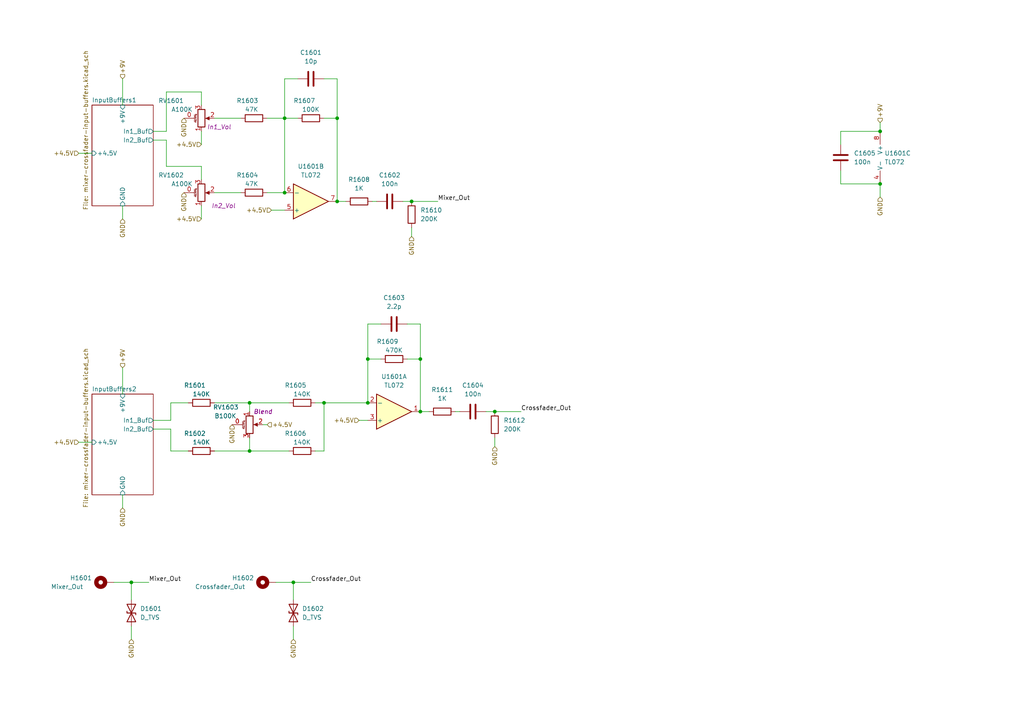
<source format=kicad_sch>
(kicad_sch (version 20211123) (generator eeschema)
  (paper "A4")
  (lib_symbols
    (symbol "Amplifier_Operational:TL072" (pin_names (offset 0.127))
      (property "Reference" "U" (at 0 5.08 0))
      (property "Value" "TL072" (at 0 -5.08 0))
      (symbol "TL072_1_1"
        (polyline (pts (xy -5.08 5.08) (xy 5.08 0) (xy -5.08 -5.08) (xy -5.08 5.08)) (stroke (width 0.254)) (fill (type background)))
        (pin output line (at 7.62 0 180) (length 2.54) (name "~") (number "1"))
        (pin input line (at -7.62 -2.54 0) (length 2.54) (name "-") (number "2"))
        (pin input line (at -7.62 2.54 0) (length 2.54) (name "+") (number "3"))
      )
      (symbol "TL072_2_1"
        (polyline (pts (xy -5.08 5.08) (xy 5.08 0) (xy -5.08 -5.08) (xy -5.08 5.08)) (stroke (width 0.254)) (fill (type background)))
        (pin input line (at -7.62 2.54 0) (length 2.54) (name "+") (number "5"))
        (pin input line (at -7.62 -2.54 0) (length 2.54) (name "-") (number "6"))
        (pin output line (at 7.62 0 180) (length 2.54) (name "~") (number "7"))
      )
      (symbol "TL072_3_1"
        (pin power_in line (at -2.54 -7.62 90) (length 3.81) (name "V-") (number "4"))
        (pin power_in line (at -2.54 7.62 270) (length 3.81) (name "V+") (number "8"))
      )
    )
    (symbol "Device:C" (pin_numbers hide) (pin_names (offset 0.254))
      (property "Reference" "C" (at 0.635 2.54 0))
      (property "Value" "C" (at 0.635 -2.54 0))
      (symbol "C_0_1"
        (polyline (pts (xy -2.032 -0.762) (xy 2.032 -0.762)) (stroke (width 0.508)))
        (polyline (pts (xy -2.032 0.762) (xy 2.032 0.762)) (stroke (width 0.508)))
      )
      (symbol "C_1_1"
        (pin passive line (at 0 3.81 270) (length 2.794) (name "~") (number "1"))
        (pin passive line (at 0 -3.81 90) (length 2.794) (name "~") (number "2"))
      )
    )
    (symbol "Device:D_TVS" (pin_numbers hide) (pin_names (offset 1.016) hide)
      (property "Reference" "D" (at 0 2.54 0))
      (property "Value" "D_TVS" (at 0 -2.54 0))
      (symbol "D_TVS_0_1"
        (polyline (pts (xy 1.27 0) (xy -1.27 0)))
        (polyline (pts (xy 0.508 1.27) (xy 0 1.27) (xy 0 -1.27) (xy -0.508 -1.27)) (stroke (width 0.254)))
        (polyline (pts (xy -2.54 1.27) (xy -2.54 -1.27) (xy 2.54 1.27) (xy 2.54 -1.27) (xy -2.54 1.27)) (stroke (width 0.254)))
      )
      (symbol "D_TVS_1_1"
        (pin passive line (at -3.81 0 0) (length 2.54) (name "A1") (number "1"))
        (pin passive line (at 3.81 0 180) (length 2.54) (name "A2") (number "2"))
      )
    )
    (symbol "Device:R" (pin_numbers hide) (pin_names (offset 0))
      (property "Reference" "R" (at 2.032 0 90))
      (property "Value" "R" (at 0 0 90))
      (symbol "R_0_1"
        (rectangle (start -1.016 -2.54) (end 1.016 2.54) (stroke (width 0.254)))
      )
      (symbol "R_1_1"
        (pin passive line (at 0 3.81 270) (length 1.27) (name "~") (number "1"))
        (pin passive line (at 0 -3.81 90) (length 1.27) (name "~") (number "2"))
      )
    )
    (symbol "Mechanical:MountingHole_Pad" (pin_numbers hide) (pin_names (offset 1.016) hide)
      (property "Reference" "H" (at 0 6.35 0))
      (property "Value" "MountingHole_Pad" (at 0 4.445 0))
      (symbol "MountingHole_Pad_0_1"
        (circle (center 0 1.27) (radius 1.27) (stroke (width 1.27)))
      )
      (symbol "MountingHole_Pad_1_1"
        (pin input line (at 0 -2.54 90) (length 2.54) (name "1") (number "1"))
      )
    )
    (symbol "R0904NB10KL-25KQ:R_Potentiometer_Shield" (pin_names (offset 1.016) hide)
      (property "Reference" "RV" (at -8.255 0 90))
      (property "Value" "R_Potentiometer_Shield" (at -6.35 0 90))
      (symbol "R_Potentiometer_Shield_0_1"
        (polyline (pts (xy 2.54 0) (xy 1.524 0)))
        (polyline (pts (xy 1.143 0) (xy 2.286 0.508) (xy 2.286 -0.508)) (fill (type outline)))
        (rectangle (start 1.016 2.54) (end -1.016 -2.54) (stroke (width 0.254)))
      )
      (symbol "R_Potentiometer_Shield_1_1"
        (polyline (pts (xy -2.032 1.016) (xy -2.032 -1.016)) (stroke (width 0.1524)))
        (text "Mounting" (at -1.651 0 900) (effects (font (size 0.381 0.381))))
        (pin passive line (at -5.08 0 0) (length 3.048) (name "ShieldPin") (number "0"))
        (pin passive line (at 0 3.81 270) (length 1.27) (name "1") (number "1"))
        (pin passive line (at 3.81 0 180) (length 1.27) (name "2") (number "2"))
        (pin passive line (at 0 -3.81 90) (length 1.27) (name "3") (number "3"))
      )
    )
  )
  (junction (at 97.79 58.42))
  (junction (at 255.27 53.34))
  (junction (at 97.79 34.29))
  (junction (at 82.55 55.88))
  (junction (at 93.98 116.84))
  (junction (at 85.09 168.91))
  (junction (at 72.39 116.84))
  (junction (at 143.51 119.38))
  (junction (at 38.1 168.91))
  (junction (at 121.92 104.14))
  (junction (at 119.38 58.42))
  (junction (at 82.55 34.29))
  (junction (at 106.68 116.84))
  (junction (at 106.68 104.14))
  (junction (at 121.92 119.38))
  (junction (at 255.27 38.1))
  (junction (at 72.39 130.81))
  (wire (pts (xy 49.53 121.92) (xy 49.53 116.84)))
  (wire (pts (xy 85.09 168.91) (xy 90.17 168.91)))
  (wire (pts (xy 106.68 93.98) (xy 106.68 104.14)))
  (wire (pts (xy 72.39 130.81) (xy 83.82 130.81)))
  (wire (pts (xy 93.98 130.81) (xy 93.98 116.84)))
  (wire (pts (xy 62.23 116.84) (xy 72.39 116.84)))
  (wire (pts (xy 85.09 181.61) (xy 85.09 185.42)))
  (wire (pts (xy 85.09 168.91) (xy 85.09 173.99)))
  (wire (pts (xy 243.84 38.1) (xy 243.84 41.91)))
  (wire (pts (xy 121.92 93.98) (xy 121.92 104.14)))
  (wire (pts (xy 48.26 40.64) (xy 48.26 48.26)))
  (wire (pts (xy 38.1 168.91) (xy 38.1 173.99)))
  (wire (pts (xy 82.55 22.86) (xy 82.55 34.29)))
  (wire (pts (xy 49.53 130.81) (xy 54.61 130.81)))
  (wire (pts (xy 104.14 121.92) (xy 106.68 121.92)))
  (wire (pts (xy 35.56 106.68) (xy 35.56 114.3)))
  (wire (pts (xy 48.26 48.26) (xy 58.42 48.26)))
  (wire (pts (xy 93.98 22.86) (xy 97.79 22.86)))
  (wire (pts (xy 58.42 38.1) (xy 58.42 41.91)))
  (wire (pts (xy 49.53 124.46) (xy 49.53 130.81)))
  (wire (pts (xy 86.36 22.86) (xy 82.55 22.86)))
  (wire (pts (xy 97.79 34.29) (xy 97.79 58.42)))
  (wire (pts (xy 35.56 22.86) (xy 35.56 30.48)))
  (wire (pts (xy 97.79 58.42) (xy 100.33 58.42)))
  (wire (pts (xy 22.86 128.27) (xy 26.67 128.27)))
  (wire (pts (xy 77.47 55.88) (xy 82.55 55.88)))
  (wire (pts (xy 62.23 34.29) (xy 69.85 34.29)))
  (wire (pts (xy 106.68 104.14) (xy 106.68 116.84)))
  (wire (pts (xy 78.74 60.96) (xy 82.55 60.96)))
  (wire (pts (xy 44.45 121.92) (xy 49.53 121.92)))
  (wire (pts (xy 72.39 116.84) (xy 83.82 116.84)))
  (wire (pts (xy 107.95 58.42) (xy 109.22 58.42)))
  (wire (pts (xy 62.23 55.88) (xy 69.85 55.88)))
  (wire (pts (xy 82.55 34.29) (xy 82.55 55.88)))
  (wire (pts (xy 116.84 58.42) (xy 119.38 58.42)))
  (wire (pts (xy 38.1 168.91) (xy 43.18 168.91)))
  (wire (pts (xy 255.27 38.1) (xy 243.84 38.1)))
  (wire (pts (xy 140.97 119.38) (xy 143.51 119.38)))
  (wire (pts (xy 72.39 116.84) (xy 72.39 119.38)))
  (wire (pts (xy 44.45 40.64) (xy 48.26 40.64)))
  (wire (pts (xy 77.47 34.29) (xy 82.55 34.29)))
  (wire (pts (xy 121.92 119.38) (xy 124.46 119.38)))
  (wire (pts (xy 119.38 66.04) (xy 119.38 68.58)))
  (wire (pts (xy 58.42 59.69) (xy 58.42 63.5)))
  (wire (pts (xy 93.98 116.84) (xy 106.68 116.84)))
  (wire (pts (xy 58.42 26.67) (xy 58.42 30.48)))
  (wire (pts (xy 62.23 130.81) (xy 72.39 130.81)))
  (wire (pts (xy 97.79 22.86) (xy 97.79 34.29)))
  (wire (pts (xy 44.45 124.46) (xy 49.53 124.46)))
  (wire (pts (xy 255.27 53.34) (xy 255.27 57.15)))
  (wire (pts (xy 35.56 143.51) (xy 35.56 147.32)))
  (wire (pts (xy 82.55 34.29) (xy 86.36 34.29)))
  (wire (pts (xy 38.1 181.61) (xy 38.1 185.42)))
  (wire (pts (xy 33.02 168.91) (xy 38.1 168.91)))
  (wire (pts (xy 119.38 58.42) (xy 127 58.42)))
  (wire (pts (xy 35.56 59.69) (xy 35.56 63.5)))
  (wire (pts (xy 93.98 34.29) (xy 97.79 34.29)))
  (wire (pts (xy 110.49 104.14) (xy 106.68 104.14)))
  (wire (pts (xy 22.86 44.45) (xy 26.67 44.45)))
  (wire (pts (xy 110.49 93.98) (xy 106.68 93.98)))
  (wire (pts (xy 91.44 116.84) (xy 93.98 116.84)))
  (wire (pts (xy 143.51 119.38) (xy 151.13 119.38)))
  (wire (pts (xy 76.2 123.19) (xy 77.47 123.19)))
  (wire (pts (xy 48.26 38.1) (xy 48.26 26.67)))
  (wire (pts (xy 243.84 53.34) (xy 255.27 53.34)))
  (wire (pts (xy 80.01 168.91) (xy 85.09 168.91)))
  (wire (pts (xy 143.51 127) (xy 143.51 129.54)))
  (wire (pts (xy 118.11 104.14) (xy 121.92 104.14)))
  (wire (pts (xy 72.39 127) (xy 72.39 130.81)))
  (wire (pts (xy 121.92 104.14) (xy 121.92 119.38)))
  (wire (pts (xy 132.08 119.38) (xy 133.35 119.38)))
  (wire (pts (xy 49.53 116.84) (xy 54.61 116.84)))
  (wire (pts (xy 118.11 93.98) (xy 121.92 93.98)))
  (wire (pts (xy 58.42 48.26) (xy 58.42 52.07)))
  (wire (pts (xy 91.44 130.81) (xy 93.98 130.81)))
  (wire (pts (xy 255.27 35.56) (xy 255.27 38.1)))
  (wire (pts (xy 243.84 49.53) (xy 243.84 53.34)))
  (wire (pts (xy 48.26 26.67) (xy 58.42 26.67)))
  (wire (pts (xy 44.45 38.1) (xy 48.26 38.1)))
  (label "Crossfader_Out" (at 90.17 168.91 0))
  (label "Mixer_Out" (at 127 58.42 0))
  (label "Mixer_Out" (at 43.18 168.91 0))
  (label "Crossfader_Out" (at 151.13 119.38 0))
  (hierarchical_label "+4.5V" (shape input) (at 104.14 121.92 180))
  (hierarchical_label "+9V" (shape input) (at 35.56 22.86 90))
  (hierarchical_label "GND" (shape input) (at 53.34 34.29 270))
  (hierarchical_label "GND" (shape input) (at 143.51 129.54 270))
  (hierarchical_label "+4.5V" (shape input) (at 58.42 63.5 180))
  (hierarchical_label "GND" (shape input) (at 53.34 55.88 270))
  (hierarchical_label "+4.5V" (shape input) (at 78.74 60.96 180))
  (hierarchical_label "+4.5V" (shape input) (at 58.42 41.91 180))
  (hierarchical_label "+4.5V" (shape input) (at 22.86 128.27 180))
  (hierarchical_label "+4.5V" (shape input) (at 77.47 123.19 0))
  (hierarchical_label "+9V" (shape input) (at 35.56 106.68 90))
  (hierarchical_label "GND" (shape input) (at 35.56 63.5 270))
  (hierarchical_label "GND" (shape input) (at 119.38 68.58 270))
  (hierarchical_label "GND" (shape input) (at 85.09 185.42 270))
  (hierarchical_label "GND" (shape input) (at 67.31 123.19 270))
  (hierarchical_label "GND" (shape input) (at 38.1 185.42 270))
  (hierarchical_label "+4.5V" (shape input) (at 22.86 44.45 180))
  (hierarchical_label "GND" (shape input) (at 255.27 57.15 270))
  (hierarchical_label "+9V" (shape input) (at 255.27 35.56 90))
  (hierarchical_label "GND" (shape input) (at 35.56 147.32 270))
  (symbol (lib_id "Device:R") (at 58.42 116.84 90) (unit 1)
    (property "Reference" "R1601" (at 59.69 111.76 90) (effects (justify left)))
    (property "Value" "140K" (at 60.96 114.3 90) (effects (justify left)))
    (property "Footprint" "Resistor_SMD:R_0603_1608Metric_Pad0.98x0.95mm_HandSolder" (effects hide))
  )
  (symbol (lib_id "Device:D_TVS") (at 38.1 177.8 90) (unit 1)
    (property "Reference" "D1601" (at 40.64 176.5299 90) (effects (justify right)))
    (property "Value" "D_TVS" (at 40.64 179.0699 90) (effects (justify right)))
    (property "Footprint" "Diode_SMD:D_SOD-323_HandSoldering" (effects hide))
  )
  (symbol (lib_id "Device:R") (at 143.51 123.19 0) (unit 1)
    (property "Reference" "R1612" (at 146.05 121.9199 0) (effects (justify left)))
    (property "Value" "200K" (at 146.05 124.4599 0) (effects (justify left)))
    (property "Footprint" "Resistor_SMD:R_0603_1608Metric_Pad0.98x0.95mm_HandSolder" (effects hide))
  )
  (symbol (lib_id "Device:R") (at 114.3 104.14 90) (unit 1)
    (property "Reference" "R1609" (at 115.57 99.06 90) (effects (justify left)))
    (property "Value" "470K" (at 116.84 101.6 90) (effects (justify left)))
    (property "Footprint" "Resistor_SMD:R_0603_1608Metric_Pad0.98x0.95mm_HandSolder" (effects hide))
  )
  (symbol (lib_id "Mechanical:MountingHole_Pad") (at 77.47 168.91 90) (unit 1)
    (property "Reference" "H1602" (at 70.485 167.64 90))
    (property "Value" "Crossfader_Out" (at 71.12 170.18 90) (effects (justify left)))
    (property "Footprint" "MountingHole:MountingHole_4.3mm_M4_Pad_TopBottom" (effects hide))
  )
  (symbol (lib_id "Device:D_TVS") (at 85.09 177.8 90) (unit 1)
    (property "Reference" "D1602" (at 87.63 176.5299 90) (effects (justify right)))
    (property "Value" "D_TVS" (at 87.63 179.0699 90) (effects (justify right)))
    (property "Footprint" "Diode_SMD:D_SOD-323_HandSoldering" (effects hide))
  )
  (symbol (lib_id "Device:C") (at 113.03 58.42 90) (unit 1)
    (property "Reference" "C1602" (at 113.03 50.8 90))
    (property "Value" "100n" (at 113.03 53.34 90))
    (property "Footprint" "Capacitor_SMD:C_0603_1608Metric_Pad1.08x0.95mm_HandSolder" (effects hide))
  )
  (symbol (lib_id "R0904NB10KL-25KQ:R_Potentiometer_Shield") (at 58.42 55.88 0) (mirror x) (unit 1)
    (property "Reference" "RV1602" (at 53.34 50.8 0) (effects (justify right)))
    (property "Value" "A100K" (at 55.88 53.34 0) (effects (justify right)))
    (property "Footprint" "R0904NB10KL-25KQ:V2_TRIM_R0904NB10KL-25KQ-" (effects hide))
    (property "Role" "In2_Vol" (at 64.77 59.69 0) (effects (font italic)))
  )
  (symbol (lib_id "Mechanical:MountingHole_Pad") (at 30.48 168.91 90) (unit 1)
    (property "Reference" "H1601" (at 23.495 167.64 90))
    (property "Value" "Mixer_Out" (at 24.13 170.18 90) (effects (justify left)))
    (property "Footprint" "MountingHole:MountingHole_4.3mm_M4_Pad_TopBottom" (effects hide))
  )
  (symbol (lib_id "Device:R") (at 128.27 119.38 90) (unit 1)
    (property "Reference" "R1611" (at 128.27 113.03 90))
    (property "Value" "1K" (at 128.27 115.57 90))
    (property "Footprint" "Resistor_SMD:R_0603_1608Metric_Pad0.98x0.95mm_HandSolder" (effects hide))
  )
  (symbol (lib_id "Amplifier_Operational:TL072") (at 114.3 119.38 0) (mirror x) (unit 1)
    (property "Reference" "U1601" (at 114.3 109.22 0))
    (property "Value" "TL072" (at 114.3 111.76 0))
    (property "Footprint" "Package_SO:SOIC-8_3.9x4.9mm_P1.27mm" (effects hide))
    (property "Datasheet" "http://www.ti.com/lit/ds/symlink/tl071.pdf" (effects hide))
  )
  (symbol (lib_id "Device:R") (at 73.66 55.88 90) (unit 1)
    (property "Reference" "R1604" (at 74.93 50.8 90) (effects (justify left)))
    (property "Value" "47K" (at 74.93 53.34 90) (effects (justify left)))
    (property "Footprint" "Resistor_SMD:R_0603_1608Metric_Pad0.98x0.95mm_HandSolder" (effects hide))
  )
  (symbol (lib_id "R0904NB10KL-25KQ:R_Potentiometer_Shield") (at 58.42 34.29 0) (mirror x) (unit 1)
    (property "Reference" "RV1601" (at 53.34 29.21 0) (effects (justify right)))
    (property "Value" "A100K" (at 55.88 31.75 0) (effects (justify right)))
    (property "Footprint" "R0904NB10KL-25KQ:V2_TRIM_R0904NB10KL-25KQ-" (effects hide))
    (property "Role" "In1_Vol" (at 63.5 36.83 0) (effects (font italic)))
  )
  (symbol (lib_id "Device:C") (at 114.3 93.98 90) (unit 1)
    (property "Reference" "C1603" (at 114.3 86.36 90))
    (property "Value" "2.2p" (at 114.3 88.9 90))
    (property "Footprint" "Capacitor_SMD:C_0603_1608Metric_Pad1.08x0.95mm_HandSolder" (effects hide))
  )
  (symbol (lib_id "Device:R") (at 87.63 130.81 90) (unit 1)
    (property "Reference" "R1606" (at 88.9 125.73 90) (effects (justify left)))
    (property "Value" "140K" (at 90.17 128.27 90) (effects (justify left)))
    (property "Footprint" "Resistor_SMD:R_0603_1608Metric_Pad0.98x0.95mm_HandSolder" (effects hide))
  )
  (symbol (lib_id "Amplifier_Operational:TL072") (at 90.17 58.42 0) (mirror x) (unit 2)
    (property "Reference" "U1601" (at 90.17 48.26 0))
    (property "Value" "TL072" (at 90.17 50.8 0))
    (property "Footprint" "Package_SO:SOIC-8_3.9x4.9mm_P1.27mm" (effects hide))
    (property "Datasheet" "http://www.ti.com/lit/ds/symlink/tl071.pdf" (effects hide))
  )
  (symbol (lib_id "Device:C") (at 137.16 119.38 90) (unit 1)
    (property "Reference" "C1604" (at 137.16 111.76 90))
    (property "Value" "100n" (at 137.16 114.3 90))
    (property "Footprint" "Capacitor_SMD:C_0603_1608Metric_Pad1.08x0.95mm_HandSolder" (effects hide))
  )
  (symbol (lib_id "R0904NB10KL-25KQ:R_Potentiometer_Shield") (at 72.39 123.19 0) (unit 1)
    (property "Reference" "RV1603" (at 69.215 118.11 0) (effects (justify right)))
    (property "Value" "B100K" (at 68.58 120.65 0) (effects (justify right)))
    (property "Footprint" "R0904NB10KL-25KQ:V2_TRIM_R0904NB10KL-25KQ-" (effects hide))
    (property "Role" "Blend" (at 76.2 119.38 0) (effects (font italic)))
  )
  (symbol (lib_id "Device:R") (at 90.17 34.29 90) (unit 1)
    (property "Reference" "R1607" (at 91.44 29.21 90) (effects (justify left)))
    (property "Value" "100K" (at 92.71 31.75 90) (effects (justify left)))
    (property "Footprint" "Resistor_SMD:R_0603_1608Metric_Pad0.98x0.95mm_HandSolder" (effects hide))
  )
  (symbol (lib_id "Device:R") (at 73.66 34.29 90) (unit 1)
    (property "Reference" "R1603" (at 74.93 29.21 90) (effects (justify left)))
    (property "Value" "47K" (at 74.93 31.75 90) (effects (justify left)))
    (property "Footprint" "Resistor_SMD:R_0603_1608Metric_Pad0.98x0.95mm_HandSolder" (effects hide))
  )
  (symbol (lib_id "Device:R") (at 119.38 62.23 0) (unit 1)
    (property "Reference" "R1610" (at 121.92 60.9599 0) (effects (justify left)))
    (property "Value" "200K" (at 121.92 63.4999 0) (effects (justify left)))
    (property "Footprint" "Resistor_SMD:R_0603_1608Metric_Pad0.98x0.95mm_HandSolder" (effects hide))
  )
  (symbol (lib_id "Device:C") (at 243.84 45.72 0) (unit 1)
    (property "Reference" "C1605" (at 247.65 44.4499 0) (effects (justify left)))
    (property "Value" "100n" (at 247.65 46.9899 0) (effects (justify left)))
    (property "Footprint" "Capacitor_SMD:C_0603_1608Metric_Pad1.08x0.95mm_HandSolder" (effects hide))
  )
  (symbol (lib_id "Device:R") (at 58.42 130.81 90) (unit 1)
    (property "Reference" "R1602" (at 59.69 125.73 90) (effects (justify left)))
    (property "Value" "140K" (at 60.96 128.27 90) (effects (justify left)))
    (property "Footprint" "Resistor_SMD:R_0603_1608Metric_Pad0.98x0.95mm_HandSolder" (effects hide))
  )
  (symbol (lib_id "Device:R") (at 104.14 58.42 90) (unit 1)
    (property "Reference" "R1608" (at 104.14 52.07 90))
    (property "Value" "1K" (at 104.14 54.61 90))
    (property "Footprint" "Resistor_SMD:R_0603_1608Metric_Pad0.98x0.95mm_HandSolder" (effects hide))
  )
  (symbol (lib_id "Device:R") (at 87.63 116.84 90) (unit 1)
    (property "Reference" "R1605" (at 88.9 111.76 90) (effects (justify left)))
    (property "Value" "140K" (at 90.17 114.3 90) (effects (justify left)))
    (property "Footprint" "Resistor_SMD:R_0603_1608Metric_Pad0.98x0.95mm_HandSolder" (effects hide))
  )
  (symbol (lib_id "Device:C") (at 90.17 22.86 90) (unit 1)
    (property "Reference" "C1601" (at 90.17 15.24 90))
    (property "Value" "10p" (at 90.17 17.78 90))
    (property "Footprint" "Capacitor_SMD:C_0603_1608Metric_Pad1.08x0.95mm_HandSolder" (effects hide))
  )
  (symbol (lib_id "Amplifier_Operational:TL072") (at 257.81 45.72 0) (unit 3)
    (property "Reference" "U1601" (at 256.54 44.4499 0) (effects (justify left)))
    (property "Value" "TL072" (at 256.54 46.9899 0) (effects (justify left)))
    (property "Footprint" "Package_SO:SOIC-8_3.9x4.9mm_P1.27mm" (effects hide))
    (property "Datasheet" "http://www.ti.com/lit/ds/symlink/tl071.pdf" (effects hide))
  )
  (sheet (at 26.67 30.48) (size 17.78 29.21) (stroke (width 0.1524))
    (property "Sheet name" "InputBuffers1" (at 26.67 29.7684 0) (effects (justify left bottom)))
    (property "Sheet file" "mixer-crossfader-input-buffers.kicad_sch" (at 24.13 60.96 90) (effects (justify left top)))
    (pin "+4.5V" input (at 26.67 44.45 180))
    (pin "GND" input (at 35.56 59.69 270))
    (pin "In1_Buf" output (at 44.45 38.1 0))
    (pin "+9V" input (at 35.56 30.48 90))
    (pin "In2_Buf" output (at 44.45 40.64 0))
  )
  (sheet (at 26.67 114.3) (size 17.78 29.21) (stroke (width 0.1524))
    (property "Sheet name" "InputBuffers2" (at 26.67 113.5884 0) (effects (justify left bottom)))
    (property "Sheet file" "mixer-crossfader-input-buffers.kicad_sch" (at 24.13 147.32 90) (effects (justify left top)))
    (pin "+4.5V" input (at 26.67 128.27 180))
    (pin "GND" input (at 35.56 143.51 270))
    (pin "In1_Buf" output (at 44.45 121.92 0))
    (pin "+9V" input (at 35.56 114.3 90))
    (pin "In2_Buf" output (at 44.45 124.46 0))
  )
)
</source>
